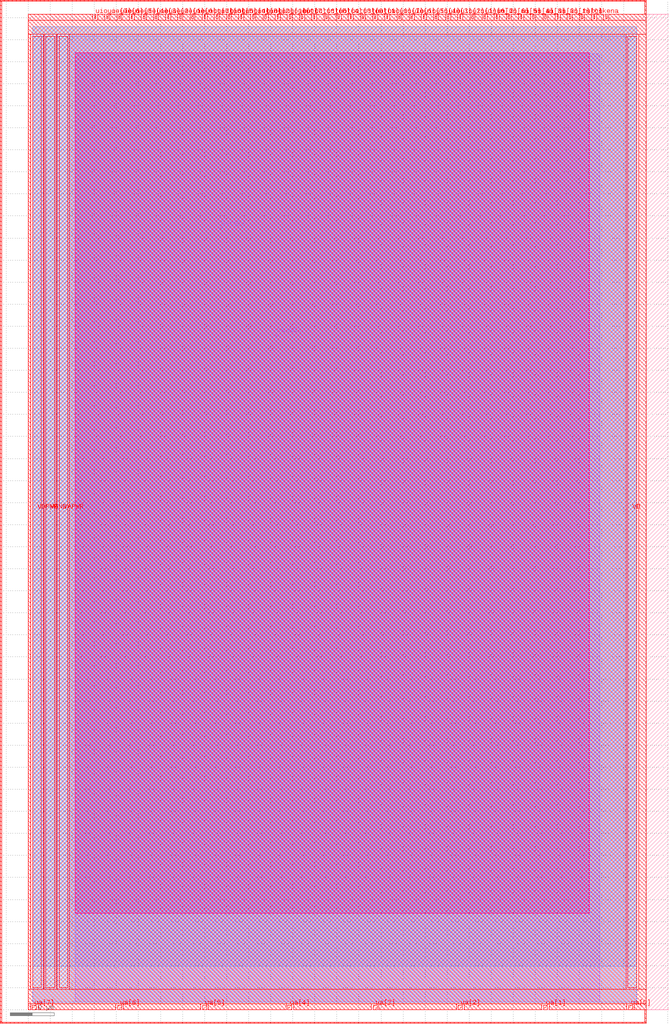
<source format=lef>
VERSION 5.7 ;
  NOWIREEXTENSIONATPIN ON ;
  DIVIDERCHAR "/" ;
  BUSBITCHARS "[]" ;
MACRO tt10-io-buffer
  CLASS BLOCK ;
  FOREIGN tt10-io-buffer ;
  ORIGIN 0.000 0.000 ;
  SIZE 145.360 BY 225.760 ;
  PIN clk
    DIRECTION INPUT ;
    USE SIGNAL ;
    ANTENNAGATEAREA 6.735000 ;
    PORT
      LAYER met4 ;
        RECT 128.190 224.760 128.490 225.760 ;
    END
  END clk
  PIN ena
    DIRECTION INPUT ;
    USE SIGNAL ;
    ANTENNAGATEAREA 1.575000 ;
    PORT
      LAYER met4 ;
        RECT 130.950 224.760 131.250 225.760 ;
    END
  END ena
  PIN rst_n
    DIRECTION INPUT ;
    USE SIGNAL ;
    PORT
      LAYER met4 ;
        RECT 125.430 224.760 125.730 225.760 ;
    END
  END rst_n
  PIN ua[0]
    DIRECTION INOUT ;
    USE SIGNAL ;
    ANTENNAGATEAREA 31.500000 ;
    ANTENNADIFFAREA 157.894989 ;
    PORT
      LAYER met4 ;
        RECT 136.170 0.000 137.070 1.000 ;
    END
  END ua[0]
  PIN ua[1]
    DIRECTION INOUT ;
    USE SIGNAL ;
    PORT
      LAYER met4 ;
        RECT 116.850 0.000 117.750 1.000 ;
    END
  END ua[1]
  PIN ua[2]
    DIRECTION INOUT ;
    USE SIGNAL ;
    PORT
      LAYER met4 ;
        RECT 97.530 0.000 98.430 1.000 ;
    END
  END ua[2]
  PIN ua[3]
    DIRECTION INOUT ;
    USE SIGNAL ;
    PORT
      LAYER met4 ;
        RECT 78.210 0.000 79.110 1.000 ;
    END
  END ua[3]
  PIN ua[4]
    DIRECTION INOUT ;
    USE SIGNAL ;
    PORT
      LAYER met4 ;
        RECT 58.890 0.000 59.790 1.000 ;
    END
  END ua[4]
  PIN ua[5]
    DIRECTION INOUT ;
    USE SIGNAL ;
    PORT
      LAYER met4 ;
        RECT 39.570 0.000 40.470 1.000 ;
    END
  END ua[5]
  PIN ua[6]
    DIRECTION INOUT ;
    USE SIGNAL ;
    PORT
      LAYER met4 ;
        RECT 20.250 0.000 21.150 1.000 ;
    END
  END ua[6]
  PIN ua[7]
    DIRECTION INOUT ;
    USE SIGNAL ;
    PORT
      LAYER met4 ;
        RECT 0.930 0.000 1.830 1.000 ;
    END
  END ua[7]
  PIN ui_in[0]
    DIRECTION INPUT ;
    USE SIGNAL ;
    ANTENNAGATEAREA 16.199999 ;
    PORT
      LAYER met4 ;
        RECT 122.670 224.760 122.970 225.760 ;
    END
  END ui_in[0]
  PIN ui_in[1]
    DIRECTION INPUT ;
    USE SIGNAL ;
    PORT
      LAYER met4 ;
        RECT 119.910 224.760 120.210 225.760 ;
    END
  END ui_in[1]
  PIN ui_in[2]
    DIRECTION INPUT ;
    USE SIGNAL ;
    PORT
      LAYER met4 ;
        RECT 117.150 224.760 117.450 225.760 ;
    END
  END ui_in[2]
  PIN ui_in[3]
    DIRECTION INPUT ;
    USE SIGNAL ;
    PORT
      LAYER met4 ;
        RECT 114.390 224.760 114.690 225.760 ;
    END
  END ui_in[3]
  PIN ui_in[4]
    DIRECTION INPUT ;
    USE SIGNAL ;
    PORT
      LAYER met4 ;
        RECT 111.630 224.760 111.930 225.760 ;
    END
  END ui_in[4]
  PIN ui_in[5]
    DIRECTION INPUT ;
    USE SIGNAL ;
    PORT
      LAYER met4 ;
        RECT 108.870 224.760 109.170 225.760 ;
    END
  END ui_in[5]
  PIN ui_in[6]
    DIRECTION INPUT ;
    USE SIGNAL ;
    PORT
      LAYER met4 ;
        RECT 106.110 224.760 106.410 225.760 ;
    END
  END ui_in[6]
  PIN ui_in[7]
    DIRECTION INPUT ;
    USE SIGNAL ;
    PORT
      LAYER met4 ;
        RECT 103.350 224.760 103.650 225.760 ;
    END
  END ui_in[7]
  PIN uio_in[0]
    DIRECTION INPUT ;
    USE SIGNAL ;
    PORT
      LAYER met4 ;
        RECT 100.590 224.760 100.890 225.760 ;
    END
  END uio_in[0]
  PIN uio_in[1]
    DIRECTION INPUT ;
    USE SIGNAL ;
    PORT
      LAYER met4 ;
        RECT 97.830 224.760 98.130 225.760 ;
    END
  END uio_in[1]
  PIN uio_in[2]
    DIRECTION INPUT ;
    USE SIGNAL ;
    PORT
      LAYER met4 ;
        RECT 95.070 224.760 95.370 225.760 ;
    END
  END uio_in[2]
  PIN uio_in[3]
    DIRECTION INPUT ;
    USE SIGNAL ;
    PORT
      LAYER met4 ;
        RECT 92.310 224.760 92.610 225.760 ;
    END
  END uio_in[3]
  PIN uio_in[4]
    DIRECTION INPUT ;
    USE SIGNAL ;
    PORT
      LAYER met4 ;
        RECT 89.550 224.760 89.850 225.760 ;
    END
  END uio_in[4]
  PIN uio_in[5]
    DIRECTION INPUT ;
    USE SIGNAL ;
    PORT
      LAYER met4 ;
        RECT 86.790 224.760 87.090 225.760 ;
    END
  END uio_in[5]
  PIN uio_in[6]
    DIRECTION INPUT ;
    USE SIGNAL ;
    PORT
      LAYER met4 ;
        RECT 84.030 224.760 84.330 225.760 ;
    END
  END uio_in[6]
  PIN uio_in[7]
    DIRECTION INPUT ;
    USE SIGNAL ;
    PORT
      LAYER met4 ;
        RECT 81.270 224.760 81.570 225.760 ;
    END
  END uio_in[7]
  PIN uio_oe[0]
    DIRECTION OUTPUT ;
    USE SIGNAL ;
    ANTENNAGATEAREA 0.150000 ;
    ANTENNADIFFAREA 54.349998 ;
    PORT
      LAYER met4 ;
        RECT 34.350 224.760 34.650 225.760 ;
    END
  END uio_oe[0]
  PIN uio_oe[1]
    DIRECTION OUTPUT ;
    USE SIGNAL ;
    PORT
      LAYER met4 ;
        RECT 31.590 224.760 31.890 225.760 ;
    END
  END uio_oe[1]
  PIN uio_oe[2]
    DIRECTION OUTPUT ;
    USE SIGNAL ;
    PORT
      LAYER met4 ;
        RECT 28.830 224.760 29.130 225.760 ;
    END
  END uio_oe[2]
  PIN uio_oe[3]
    DIRECTION OUTPUT ;
    USE SIGNAL ;
    PORT
      LAYER met4 ;
        RECT 26.070 224.760 26.370 225.760 ;
    END
  END uio_oe[3]
  PIN uio_oe[4]
    DIRECTION OUTPUT ;
    USE SIGNAL ;
    PORT
      LAYER met4 ;
        RECT 23.310 224.760 23.610 225.760 ;
    END
  END uio_oe[4]
  PIN uio_oe[5]
    DIRECTION OUTPUT ;
    USE SIGNAL ;
    PORT
      LAYER met4 ;
        RECT 20.550 224.760 20.850 225.760 ;
    END
  END uio_oe[5]
  PIN uio_oe[6]
    DIRECTION OUTPUT ;
    USE SIGNAL ;
    PORT
      LAYER met4 ;
        RECT 17.790 224.760 18.090 225.760 ;
    END
  END uio_oe[6]
  PIN uio_oe[7]
    DIRECTION OUTPUT ;
    USE SIGNAL ;
    PORT
      LAYER met4 ;
        RECT 15.030 224.760 15.330 225.760 ;
    END
  END uio_oe[7]
  PIN uio_out[0]
    DIRECTION OUTPUT ;
    USE SIGNAL ;
    PORT
      LAYER met4 ;
        RECT 56.430 224.760 56.730 225.760 ;
    END
  END uio_out[0]
  PIN uio_out[1]
    DIRECTION OUTPUT ;
    USE SIGNAL ;
    PORT
      LAYER met4 ;
        RECT 53.670 224.760 53.970 225.760 ;
    END
  END uio_out[1]
  PIN uio_out[2]
    DIRECTION OUTPUT ;
    USE SIGNAL ;
    PORT
      LAYER met4 ;
        RECT 50.910 224.760 51.210 225.760 ;
    END
  END uio_out[2]
  PIN uio_out[3]
    DIRECTION OUTPUT ;
    USE SIGNAL ;
    PORT
      LAYER met4 ;
        RECT 48.150 224.760 48.450 225.760 ;
    END
  END uio_out[3]
  PIN uio_out[4]
    DIRECTION OUTPUT ;
    USE SIGNAL ;
    PORT
      LAYER met4 ;
        RECT 45.390 224.760 45.690 225.760 ;
    END
  END uio_out[4]
  PIN uio_out[5]
    DIRECTION OUTPUT ;
    USE SIGNAL ;
    PORT
      LAYER met4 ;
        RECT 42.630 224.760 42.930 225.760 ;
    END
  END uio_out[5]
  PIN uio_out[6]
    DIRECTION OUTPUT ;
    USE SIGNAL ;
    PORT
      LAYER met4 ;
        RECT 39.870 224.760 40.170 225.760 ;
    END
  END uio_out[6]
  PIN uio_out[7]
    DIRECTION OUTPUT ;
    USE SIGNAL ;
    PORT
      LAYER met4 ;
        RECT 37.110 224.760 37.410 225.760 ;
    END
  END uio_out[7]
  PIN uo_out[0]
    DIRECTION OUTPUT ;
    USE SIGNAL ;
    ANTENNADIFFAREA 1.575000 ;
    PORT
      LAYER met4 ;
        RECT 78.510 224.760 78.810 225.760 ;
    END
  END uo_out[0]
  PIN uo_out[1]
    DIRECTION OUTPUT ;
    USE SIGNAL ;
    PORT
      LAYER met4 ;
        RECT 75.750 224.760 76.050 225.760 ;
    END
  END uo_out[1]
  PIN uo_out[2]
    DIRECTION OUTPUT ;
    USE SIGNAL ;
    PORT
      LAYER met4 ;
        RECT 72.990 224.760 73.290 225.760 ;
    END
  END uo_out[2]
  PIN uo_out[3]
    DIRECTION OUTPUT ;
    USE SIGNAL ;
    PORT
      LAYER met4 ;
        RECT 70.230 224.760 70.530 225.760 ;
    END
  END uo_out[3]
  PIN uo_out[4]
    DIRECTION OUTPUT ;
    USE SIGNAL ;
    PORT
      LAYER met4 ;
        RECT 67.470 224.760 67.770 225.760 ;
    END
  END uo_out[4]
  PIN uo_out[5]
    DIRECTION OUTPUT ;
    USE SIGNAL ;
    PORT
      LAYER met4 ;
        RECT 64.710 224.760 65.010 225.760 ;
    END
  END uo_out[5]
  PIN uo_out[6]
    DIRECTION OUTPUT ;
    USE SIGNAL ;
    PORT
      LAYER met4 ;
        RECT 61.950 224.760 62.250 225.760 ;
    END
  END uo_out[6]
  PIN uo_out[7]
    DIRECTION OUTPUT ;
    USE SIGNAL ;
    PORT
      LAYER met4 ;
        RECT 59.190 224.760 59.490 225.760 ;
    END
  END uo_out[7]
  PIN VDPWR
    DIRECTION INOUT ;
    USE POWER ;
    PORT
      LAYER met4 ;
        RECT 1.000 5.000 3.000 220.760 ;
    END
  END VDPWR
  PIN VGND
    DIRECTION INOUT ;
    USE GROUND ;
    PORT
      LAYER met4 ;
        RECT 4.000 5.000 6.000 220.760 ;
    END
  END VGND
  PIN VAPWR
    DIRECTION INOUT ;
    USE POWER ;
    PORT
      LAYER met4 ;
        RECT 7.000 5.000 8.950 220.760 ;
    END
  END VAPWR
  PIN VD
    ANTENNAGATEAREA 31.500000 ;
    ANTENNADIFFAREA 157.894989 ;
    PORT
      LAYER met4 ;
        RECT 136.000 5.000 138.000 220.800 ;
    END
  END VD
  PIN DataP2
    ANTENNAGATEAREA 1.350000 ;
    ANTENNADIFFAREA 1.400000 ;
    PORT
      LAYER li1 ;
        RECT 43.400 176.850 43.800 177.300 ;
    END
  END DataP2
  PIN DataN2
    ANTENNAGATEAREA 3.075000 ;
    ANTENNADIFFAREA 1.400000 ;
    PORT
      LAYER li1 ;
        RECT 56.150 152.750 56.500 153.150 ;
    END
  END DataN2
  OBS
      LAYER nwell ;
        RECT 10.650 21.850 127.250 217.000 ;
      LAYER li1 ;
        RECT 10.650 1.750 129.550 216.800 ;
      LAYER met1 ;
        RECT 1.000 1.650 138.000 220.800 ;
      LAYER met2 ;
        RECT 1.000 1.650 138.000 222.900 ;
      LAYER met3 ;
        RECT 1.000 9.900 138.000 222.900 ;
      LAYER met4 ;
        RECT -6.350 228.650 140.150 228.950 ;
        RECT -6.350 -2.800 -6.050 228.650 ;
        RECT 34.150 225.760 34.750 225.850 ;
        RECT 78.450 225.760 78.850 225.800 ;
        RECT 122.600 225.760 123.000 225.800 ;
        RECT 128.100 225.760 128.550 225.800 ;
        RECT 130.850 225.760 131.300 225.800 ;
        RECT 139.850 225.760 140.150 228.650 ;
        RECT 0.000 224.360 14.630 225.760 ;
        RECT 15.730 224.360 17.390 225.760 ;
        RECT 18.490 224.360 20.150 225.760 ;
        RECT 21.250 224.360 22.910 225.760 ;
        RECT 24.010 224.360 25.670 225.760 ;
        RECT 26.770 224.360 28.430 225.760 ;
        RECT 29.530 224.360 31.190 225.760 ;
        RECT 32.290 224.360 33.950 225.760 ;
        RECT 35.050 224.360 36.710 225.760 ;
        RECT 37.810 224.360 39.470 225.760 ;
        RECT 40.570 224.360 42.230 225.760 ;
        RECT 43.330 224.360 44.990 225.760 ;
        RECT 46.090 224.360 47.750 225.760 ;
        RECT 48.850 224.360 50.510 225.760 ;
        RECT 51.610 224.360 53.270 225.760 ;
        RECT 54.370 224.360 56.030 225.760 ;
        RECT 57.130 224.360 58.790 225.760 ;
        RECT 59.890 224.360 61.550 225.760 ;
        RECT 62.650 224.360 64.310 225.760 ;
        RECT 65.410 224.360 67.070 225.760 ;
        RECT 68.170 224.360 69.830 225.760 ;
        RECT 70.930 224.360 72.590 225.760 ;
        RECT 73.690 224.360 75.350 225.760 ;
        RECT 76.450 224.360 78.110 225.760 ;
        RECT 79.210 224.360 80.870 225.760 ;
        RECT 81.970 224.360 83.630 225.760 ;
        RECT 84.730 224.360 86.390 225.760 ;
        RECT 87.490 224.360 89.150 225.760 ;
        RECT 90.250 224.360 91.910 225.760 ;
        RECT 93.010 224.360 94.670 225.760 ;
        RECT 95.770 224.360 97.430 225.760 ;
        RECT 98.530 224.360 100.190 225.760 ;
        RECT 101.290 224.360 102.950 225.760 ;
        RECT 104.050 224.360 105.710 225.760 ;
        RECT 106.810 224.360 108.470 225.760 ;
        RECT 109.570 224.360 111.230 225.760 ;
        RECT 112.330 224.360 113.990 225.760 ;
        RECT 115.090 224.360 116.750 225.760 ;
        RECT 117.850 224.360 119.510 225.760 ;
        RECT 120.610 224.360 122.270 225.760 ;
        RECT 123.370 224.360 125.030 225.760 ;
        RECT 126.130 224.360 127.790 225.760 ;
        RECT 128.890 224.360 130.550 225.760 ;
        RECT 131.650 224.360 140.150 225.760 ;
        RECT 0.000 221.200 140.150 224.360 ;
        RECT 0.000 221.160 135.600 221.200 ;
        RECT 0.000 4.600 0.600 221.160 ;
        RECT 3.400 4.600 3.600 221.160 ;
        RECT 6.400 4.600 6.600 221.160 ;
        RECT 9.350 4.600 135.600 221.160 ;
        RECT 138.400 4.600 140.150 221.200 ;
        RECT 0.000 1.400 140.150 4.600 ;
        RECT 0.000 0.000 0.530 1.400 ;
        RECT 2.230 0.000 19.850 1.400 ;
        RECT 21.550 0.000 39.170 1.400 ;
        RECT 40.870 0.000 58.490 1.400 ;
        RECT 60.190 0.000 77.810 1.400 ;
        RECT 79.510 0.000 97.130 1.400 ;
        RECT 98.830 0.000 116.450 1.400 ;
        RECT 118.150 0.000 135.770 1.400 ;
        RECT 137.470 0.000 140.150 1.400 ;
        RECT 136.000 -0.050 138.000 0.000 ;
        RECT 139.850 -2.800 140.150 0.000 ;
        RECT -6.350 -3.100 140.150 -2.800 ;
  END
END tt10-io-buffer
END LIBRARY


</source>
